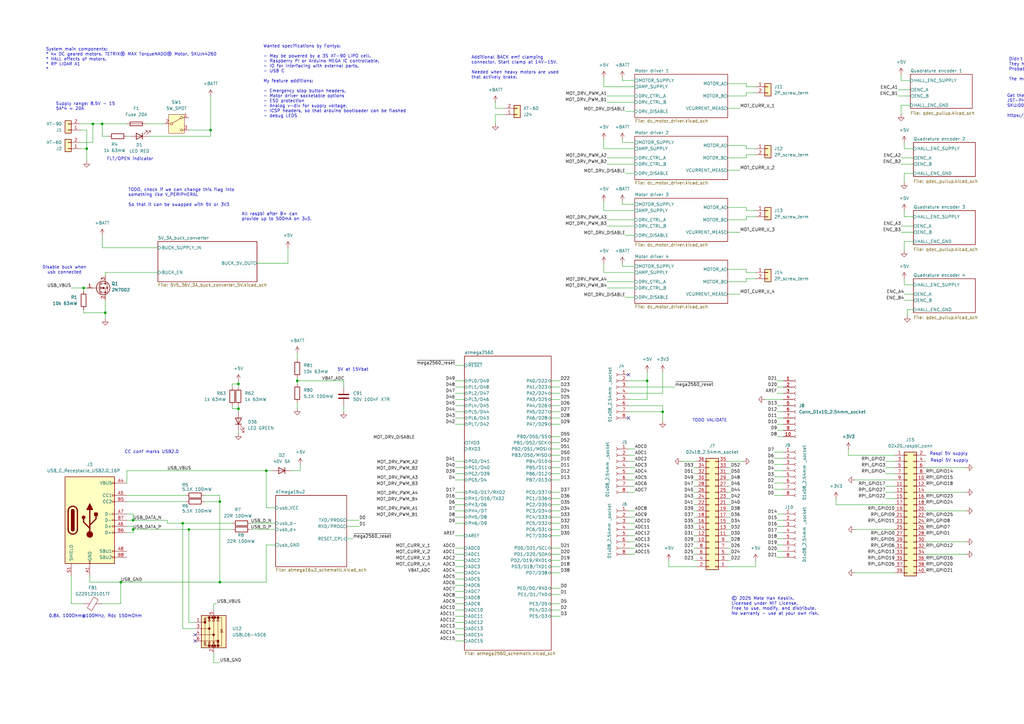
<source format=kicad_sch>
(kicad_sch (version 20250114) (generator "eeschema") (generator_version "9.0")
  (paper "A3")
  (title_block (title "Fontys adaptive robotics AGV platform.") (date "2025-03-01") (rev "V1.0") (company "Mete Han Keskin") (comment 1 "MIT License. Copyright (c) 2025 kestech.net"))
  (text "Get these from Tinytronics to interface the encoders with the PCB:\nJST-PH Female to DuPont Female Compatible Cable - 4p - 15cm\nSKU:005974\n\nhttps://www.tinytronics.nl/en/cables-and-connectors/cables-and-adapters/jst-compatible/jst-ph-female-to-dupont-female-compatible-cable-4p-15cm" (at 413.004 38.608 0) (effects (font (size 1.27 1.27)) (justify left top)))
  (text "Wanted specifications by Fontys:\n\n- May be powered by a 3S XT-90 LiPO cell.\n- Raspberry PI or Arduino MEGA IC controllable.\n- IO for interfacing with external parts.\n- USB C\n\nMy feature additions:\n\n- Emergency stop button headers.\n- Motor driver socketable options\n- ESD protection\n- Analog v-div for supply voltage.\n- ICSP headers, so that arduino bootloader can be flashed\n- debug LEDS" (at 107.95 18.288 0) (effects (font (size 1.27 1.27)) (justify left top)))
  (text "© 2025 Mete Han Keskin.  \nLicensed under MIT License.  \nFree to use, modify, and distribute.  \nNo warranty - use at your own risk.  \n" (at 299.974 244.856 0) (effects (font (size 1.27 1.27)) (justify left top)))
  (text "5A*4 = 20A" (at 28.702 44.704 0) (effects (font (size 1.27 1.27))))
  (text "Raspi 5V supply" (at 381.508 188.214 0) (effects (font (size 1.27 1.27)) (justify left top)))
  (text "ESD stuff\n\nDFN1006 single C22395519\n\nLSR05-TP C779191 HELL YEAh\n\nC778952 mex dfn16\n\n" (at -19.05 163.068 0) (effects (font (size 1.27 1.27))))
  (text "0.8A, 100Ohm@100MHz, Rdc 150mOhm" (at 39.116 252.73 0) (effects (font (size 1.27 1.27))))
  (text "TODO VALIDATE\n" (at 291.084 172.466 0) (effects (font (size 1.27 1.27))))
  (text "Supply range: 8.5V - 15" (at 35.052 42.672 0) (effects (font (size 1.27 1.27))))
  (text "Raspi 5V supply" (at 381.254 185.42 0) (effects (font (size 1.27 1.27)) (justify left top)))
  (text "All raspbi after B+ can \nprovide up to 500mA on 3v3." (at 99.06 87.122 0) (effects (font (size 1.27 1.27)) (justify left top)))
  (text "FLT/OPEN indicator\n" (at 53.34 65.278 0) (effects (font (size 1.27 1.27))))
  (text "CC conf marks USB2.0" (at 62.23 185.42 0) (effects (font (size 1.27 1.27))))
  (text "System main components:\n* 4x DC geared motors. TETRIX® MAX TorqueNADO® Motor. SKU:44260\n* HALL effects of motors.\n* RP LIDAR A1\n*\n" (at 18.796 19.558 0) (effects (font (size 1.27 1.27)) (justify left top)))
  (text "Disable buck when\nusb connected" (at 26.416 110.744 0) (effects (font (size 1.27 1.27))))
  (text "TODO: \n\nDoes rasbpi want to PWM control? If so, parallel connect pins\nDoes raspi want ENC data? If so, change ENC supply to 3v3\nDoes raspbi want to be able to read analog currents? Add ADC perpheral\n\nProposed easy solution:\nWrite ardu mega code to report data through serial, and accept commands through serial.\n(Good HW abstraction practice)" (at 428.752 145.796 0) (effects (font (size 1.27 1.27)) (justify left top)))
  (text "Didn't the TETRIX motor have JST?\nThey have a 2mm pitch jst type connector.\nProbably PH\n\nThe motor has 4P male side.\n" (at 413.766 28.448 0) (effects (font (size 1.27 1.27)) (justify left)))
  (text "PERFECT!!!\n\nUSBLC6-4SC6-ES  C5180279\n\nSEUC10F5V4U C5126804\n\nIP4220CZ6-ES C5199235\n\n\n\n" (at -66.802 152.908 0) (effects (font (size 1.27 1.27))))
  (text "5V at 15Vbat" (at 144.78 151.638 0) (effects (font (size 1.27 1.27))))
  (text "TODO, check if we can change this flag into \nsomething like V_PERIPHERAL\n\nSo that it can be swapped with 5V or 3V3" (at 52.578 77.216 0) (effects (font (size 1.27 1.27)) (justify left top)))
  (text "Single channel esd protect\nESD5V0AP C5199224\n\n" (at -17.526 185.928 0) (effects (font (size 1.27 1.27))))
  (text "Additional BACK emf clamping\nconnector. Start clamp at 14V-15V.\n\nNeeded when heavy motors are used \nthat actively brake." (at 193.294 22.86 0) (effects (font (size 1.27 1.27)) (justify left top)))
  (junction (at 54.61 217.17))
  (junction (at 49.53 238.76))
  (junction (at 109.22 193.04))
  (junction (at 121.92 156.21))
  (junction (at 90.17 238.76))
  (junction (at 35.56 60.96))
  (junction (at 90.17 205.74))
  (junction (at 54.61 213.36))
  (junction (at 265.43 156.21))
  (junction (at 77.47 217.17))
  (junction (at 43.18 128.27))
  (junction (at 34.29 118.11))
  (junction (at 271.78 168.91))
  (junction (at 97.79 157.48))
  (junction (at 97.79 167.64))
  (junction (at 86.36 53.34))
  (junction (at 38.1 50.8))
  (junction (at 41.91 50.8))
  (junction (at 74.93 214.63))
  (no_connect (at 80.01 260.35))
  (no_connect (at 257.81 153.67))
  (no_connect (at 257.81 171.45))
  (no_connect (at 80.01 262.89))
  (wire (pts (xy 274.32 232.41) (xy 285.75 232.41)))
  (wire (pts (xy 52.07 205.74) (xy 76.2 205.74)))
  (wire (pts (xy 186.69 196.85) (xy 190.5 196.85)))
  (wire (pts (xy 229.87 171.45) (xy 226.06 171.45)))
  (wire (pts (xy 284.48 227.33) (xy 285.75 227.33)))
  (wire (pts (xy 298.45 64.77) (xy 306.07 64.77)))
  (wire (pts (xy 247.65 31.75) (xy 247.65 35.56)))
  (wire (pts (xy 260.35 227.33) (xy 257.81 227.33)))
  (wire (pts (xy 260.35 212.09) (xy 257.81 212.09)))
  (wire (pts (xy 298.45 222.25) (xy 299.72 222.25)))
  (wire (pts (xy 54.61 215.9) (xy 54.61 217.17)))
  (wire (pts (xy 83.82 205.74) (xy 90.17 205.74)))
  (wire (pts (xy 363.22 191.77) (xy 367.03 191.77)))
  (wire (pts (xy 74.93 214.63) (xy 74.93 257.81)))
  (wire (pts (xy 54.61 217.17) (xy 54.61 218.44)))
  (wire (pts (xy 298.45 227.33) (xy 299.72 227.33)))
  (wire (pts (xy 317.5 203.2) (xy 321.31 203.2)))
  (wire (pts (xy 121.92 156.21) (xy 121.92 157.48)))
  (wire (pts (xy 271.78 168.91) (xy 271.78 172.72)))
  (wire (pts (xy 97.79 157.48) (xy 97.79 158.75)))
  (wire (pts (xy 229.87 252.73) (xy 226.06 252.73)))
  (wire (pts (xy 186.69 262.89) (xy 190.5 262.89)))
  (wire (pts (xy 186.69 227.33) (xy 190.5 227.33)))
  (wire (pts (xy 260.35 222.25) (xy 257.81 222.25)))
  (wire (pts (xy 186.69 194.31) (xy 190.5 194.31)))
  (wire (pts (xy 284.48 209.55) (xy 285.75 209.55)))
  (wire (pts (xy 255.27 109.22) (xy 260.35 109.22)))
  (wire (pts (xy 318.77 166.37) (xy 321.31 166.37)))
  (wire (pts (xy 229.87 219.71) (xy 226.06 219.71)))
  (wire (pts (xy 33.02 50.8) (xy 38.1 50.8)))
  (wire (pts (xy 229.87 158.75) (xy 226.06 158.75)))
  (wire (pts (xy 350.52 217.17) (xy 367.03 217.17)))
  (wire (pts (xy 363.22 189.23) (xy 367.03 189.23)))
  (wire (pts (xy 373.38 43.18) (xy 369.57 43.18)))
  (wire (pts (xy 318.77 171.45) (xy 321.31 171.45)))
  (wire (pts (xy 369.57 30.48) (xy 369.57 33.02)))
  (wire (pts (xy 284.48 207.01) (xy 285.75 207.01)))
  (wire (pts (xy 77.47 53.34) (xy 86.36 53.34)))
  (wire (pts (xy 260.35 121.92) (xy 256.54 121.92)))
  (wire (pts (xy 271.78 152.4) (xy 271.78 161.29)))
  (wire (pts (xy 271.78 166.37) (xy 271.78 168.91)))
  (wire (pts (xy 186.69 191.77) (xy 190.5 191.77)))
  (wire (pts (xy 298.45 219.71) (xy 299.72 219.71)))
  (wire (pts (xy 317.5 193.04) (xy 321.31 193.04)))
  (wire (pts (xy 87.63 271.78) (xy 87.63 267.97)))
  (wire (pts (xy 260.35 217.17) (xy 257.81 217.17)))
  (wire (pts (xy 229.87 227.33) (xy 226.06 227.33)))
  (wire (pts (xy 229.87 241.3) (xy 226.06 241.3)))
  (wire (pts (xy 255.27 58.42) (xy 260.35 58.42)))
  (wire (pts (xy 260.35 196.85) (xy 257.81 196.85)))
  (wire (pts (xy 306.07 59.69) (xy 298.45 59.69)))
  (wire (pts (xy 318.77 220.98) (xy 321.31 220.98)))
  (wire (pts (xy 80.01 257.81) (xy 74.93 257.81)))
  (wire (pts (xy 342.9 204.47) (xy 342.9 207.01)))
  (wire (pts (xy 229.87 250.19) (xy 226.06 250.19)))
  (wire (pts (xy 260.35 184.15) (xy 257.81 184.15)))
  (wire (pts (xy 54.61 218.44) (xy 52.07 218.44)))
  (wire (pts (xy 77.47 217.17) (xy 95.25 217.17)))
  (wire (pts (xy 186.69 229.87) (xy 190.5 229.87)))
  (wire (pts (xy 369.57 67.31) (xy 374.65 67.31)))
  (wire (pts (xy 229.87 166.37) (xy 226.06 166.37)))
  (wire (pts (xy 350.52 196.85) (xy 367.03 196.85)))
  (wire (pts (xy 54.61 213.36) (xy 68.58 213.36)))
  (wire (pts (xy 260.35 199.39) (xy 257.81 199.39)))
  (wire (pts (xy 284.48 199.39) (xy 285.75 199.39)))
  (wire (pts (xy 317.5 200.66) (xy 321.31 200.66)))
  (wire (pts (xy 123.19 193.04) (xy 119.38 193.04)))
  (wire (pts (xy 306.07 86.36) (xy 306.07 85.09)))
  (wire (pts (xy 318.77 228.6) (xy 321.31 228.6)))
  (wire (pts (xy 43.18 111.76) (xy 43.18 113.03)))
  (wire (pts (xy 298.45 229.87) (xy 299.72 229.87)))
  (wire (pts (xy 396.24 227.33) (xy 379.73 227.33)))
  (wire (pts (xy 229.87 196.85) (xy 226.06 196.85)))
  (wire (pts (xy 229.87 217.17) (xy 226.06 217.17)))
  (wire (pts (xy 90.17 238.76) (xy 109.22 238.76)))
  (wire (pts (xy 247.65 111.76) (xy 260.35 111.76)))
  (wire (pts (xy 109.22 193.04) (xy 111.76 193.04)))
  (wire (pts (xy 306.07 115.57) (xy 306.07 114.3)))
  (wire (pts (xy 370.84 88.9) (xy 374.65 88.9)))
  (wire (pts (xy 52.07 55.88) (xy 53.34 55.88)))
  (wire (pts (xy 370.84 99.06) (xy 370.84 102.87)))
  (wire (pts (xy 229.87 207.01) (xy 226.06 207.01)))
  (wire (pts (xy 102.87 214.63) (xy 113.03 214.63)))
  (wire (pts (xy 370.84 71.12) (xy 370.84 74.93)))
  (wire (pts (xy 105.41 107.95) (xy 118.11 107.95)))
  (wire (pts (xy 260.35 224.79) (xy 257.81 224.79)))
  (wire (pts (xy 396.24 222.25) (xy 379.73 222.25)))
  (wire (pts (xy 186.69 255.27) (xy 190.5 255.27)))
  (wire (pts (xy 247.65 35.56) (xy 260.35 35.56)))
  (wire (pts (xy 284.48 194.31) (xy 285.75 194.31)))
  (wire (pts (xy 52.07 203.2) (xy 76.2 203.2)))
  (wire (pts (xy 186.69 207.01) (xy 190.5 207.01)))
  (wire (pts (xy 229.87 179.07) (xy 226.06 179.07)))
  (wire (pts (xy 229.87 229.87) (xy 226.06 229.87)))
  (wire (pts (xy 140.97 158.75) (xy 140.97 156.21)))
  (wire (pts (xy 34.29 128.27) (xy 43.18 128.27)))
  (wire (pts (xy 247.65 82.55) (xy 247.65 86.36)))
  (wire (pts (xy 186.69 247.65) (xy 190.5 247.65)))
  (wire (pts (xy 38.1 50.8) (xy 41.91 50.8)))
  (wire (pts (xy 260.35 186.69) (xy 257.81 186.69)))
  (wire (pts (xy 284.48 196.85) (xy 285.75 196.85)))
  (wire (pts (xy 36.83 236.22) (xy 36.83 238.76)))
  (wire (pts (xy 369.57 92.71) (xy 374.65 92.71)))
  (wire (pts (xy 284.48 204.47) (xy 285.75 204.47)))
  (wire (pts (xy 77.47 217.17) (xy 77.47 255.27)))
  (wire (pts (xy 186.69 201.93) (xy 190.5 201.93)))
  (wire (pts (xy 309.88 232.41) (xy 298.45 232.41)))
  (wire (pts (xy 186.69 242.57) (xy 190.5 242.57)))
  (wire (pts (xy 255.27 83.82) (xy 260.35 83.82)))
  (wire (pts (xy 298.45 204.47) (xy 299.72 204.47)))
  (wire (pts (xy 298.45 44.45) (xy 303.53 44.45)))
  (wire (pts (xy 298.45 95.25) (xy 303.53 95.25)))
  (wire (pts (xy 229.87 168.91) (xy 226.06 168.91)))
  (wire (pts (xy 298.45 201.93) (xy 299.72 201.93)))
  (wire (pts (xy 298.45 69.85) (xy 303.53 69.85)))
  (wire (pts (xy 306.07 111.76) (xy 309.88 111.76)))
  (wire (pts (xy 68.58 214.63) (xy 74.93 214.63)))
  (wire (pts (xy 284.48 224.79) (xy 285.75 224.79)))
  (wire (pts (xy 318.77 223.52) (xy 321.31 223.52)))
  (wire (pts (xy 318.77 213.36) (xy 321.31 213.36)))
  (wire (pts (xy 229.87 243.84) (xy 226.06 243.84)))
  (wire (pts (xy 306.07 110.49) (xy 298.45 110.49)))
  (wire (pts (xy 83.82 203.2) (xy 90.17 203.2)))
  (wire (pts (xy 298.45 214.63) (xy 299.72 214.63)))
  (wire (pts (xy 370.84 116.84) (xy 374.65 116.84)))
  (wire (pts (xy 248.92 39.37) (xy 260.35 39.37)))
  (wire (pts (xy 317.5 187.96) (xy 321.31 187.96)))
  (wire (pts (xy 370.84 58.42) (xy 370.84 60.96)))
  (wire (pts (xy 299.72 191.77) (xy 298.45 191.77)))
  (wire (pts (xy 248.92 92.71) (xy 260.35 92.71)))
  (wire (pts (xy 229.87 234.95) (xy 226.06 234.95)))
  (wire (pts (xy 313.69 163.83) (xy 321.31 163.83)))
  (wire (pts (xy 142.24 213.36) (xy 147.32 213.36)))
  (wire (pts (xy 298.45 39.37) (xy 306.07 39.37)))
  (wire (pts (xy 140.97 166.37) (xy 140.97 168.91)))
  (wire (pts (xy 186.69 204.47) (xy 190.5 204.47)))
  (wire (pts (xy 396.24 201.93) (xy 379.73 201.93)))
  (wire (pts (xy 298.45 224.79) (xy 299.72 224.79)))
  (wire (pts (xy 260.35 201.93) (xy 257.81 201.93)))
  (wire (pts (xy 318.77 156.21) (xy 321.31 156.21)))
  (wire (pts (xy 260.35 219.71) (xy 257.81 219.71)))
  (wire (pts (xy 29.21 247.65) (xy 34.29 247.65)))
  (wire (pts (xy 229.87 189.23) (xy 226.06 189.23)))
  (wire (pts (xy 43.18 111.76) (xy 64.77 111.76)))
  (wire (pts (xy 247.65 86.36) (xy 260.35 86.36)))
  (wire (pts (xy 95.25 157.48) (xy 97.79 157.48)))
  (wire (pts (xy 59.69 50.8) (xy 67.31 50.8)))
  (wire (pts (xy 229.87 247.65) (xy 226.06 247.65)))
  (wire (pts (xy 60.96 55.88) (xy 86.36 55.88)))
  (wire (pts (xy 33.02 60.96) (xy 35.56 60.96)))
  (wire (pts (xy 260.35 96.52) (xy 256.54 96.52)))
  (wire (pts (xy 298.45 194.31) (xy 299.72 194.31)))
  (wire (pts (xy 298.45 199.39) (xy 299.72 199.39)))
  (wire (pts (xy 97.79 156.21) (xy 97.79 157.48)))
  (wire (pts (xy 370.84 114.3) (xy 370.84 116.84)))
  (wire (pts (xy 186.69 224.79) (xy 190.5 224.79)))
  (wire (pts (xy 298.45 196.85) (xy 299.72 196.85)))
  (wire (pts (xy 54.61 213.36) (xy 54.61 210.82)))
  (wire (pts (xy 86.36 39.37) (xy 86.36 53.34)))
  (wire (pts (xy 372.11 127) (xy 374.65 127)))
  (wire (pts (xy 186.69 173.99) (xy 190.5 173.99)))
  (wire (pts (xy 34.29 119.38) (xy 34.29 118.11)))
  (wire (pts (xy 363.22 199.39) (xy 367.03 199.39)))
  (wire (pts (xy 229.87 161.29) (xy 226.06 161.29)))
  (wire (pts (xy 229.87 224.79) (xy 226.06 224.79)))
  (wire (pts (xy 80.01 255.27) (xy 77.47 255.27)))
  (wire (pts (xy 257.81 168.91) (xy 271.78 168.91)))
  (wire (pts (xy 318.77 218.44) (xy 321.31 218.44)))
  (wire (pts (xy 318.77 158.75) (xy 321.31 158.75)))
  (wire (pts (xy 370.84 120.65) (xy 374.65 120.65)))
  (wire (pts (xy 229.87 186.69) (xy 226.06 186.69)))
  (wire (pts (xy 41.91 50.8) (xy 52.07 50.8)))
  (wire (pts (xy 29.21 118.11) (xy 34.29 118.11)))
  (wire (pts (xy 298.45 209.55) (xy 299.72 209.55)))
  (wire (pts (xy 306.07 85.09) (xy 298.45 85.09)))
  (wire (pts (xy 306.07 35.56) (xy 309.88 35.56)))
  (wire (pts (xy 260.35 194.31) (xy 257.81 194.31)))
  (wire (pts (xy 109.22 223.52) (xy 113.03 223.52)))
  (wire (pts (xy 49.53 238.76) (xy 90.17 238.76)))
  (wire (pts (xy 363.22 201.93) (xy 367.03 201.93)))
  (wire (pts (xy 186.69 212.09) (xy 190.5 212.09)))
  (wire (pts (xy 284.48 222.25) (xy 285.75 222.25)))
  (wire (pts (xy 317.5 185.42) (xy 321.31 185.42)))
  (wire (pts (xy 318.77 168.91) (xy 321.31 168.91)))
  (wire (pts (xy 363.22 194.31) (xy 367.03 194.31)))
  (wire (pts (xy 306.07 90.17) (xy 306.07 88.9)))
  (wire (pts (xy 121.92 144.78) (xy 121.92 147.32)))
  (wire (pts (xy 186.69 166.37) (xy 190.5 166.37)))
  (wire (pts (xy 95.25 167.64) (xy 97.79 167.64)))
  (wire (pts (xy 260.35 191.77) (xy 257.81 191.77)))
  (wire (pts (xy 121.92 154.94) (xy 121.92 156.21)))
  (wire (pts (xy 186.69 168.91) (xy 190.5 168.91)))
  (wire (pts (xy 52.07 193.04) (xy 52.07 198.12)))
  (wire (pts (xy 41.91 247.65) (xy 49.53 247.65)))
  (wire (pts (xy 284.48 217.17) (xy 285.75 217.17)))
  (wire (pts (xy 109.22 238.76) (xy 109.22 223.52)))
  (wire (pts (xy 36.83 238.76) (xy 49.53 238.76)))
  (wire (pts (xy 49.53 247.65) (xy 49.53 238.76)))
  (wire (pts (xy 118.11 101.6) (xy 118.11 107.95)))
  (wire (pts (xy 257.81 166.37) (xy 271.78 166.37)))
  (wire (pts (xy 97.79 166.37) (xy 97.79 167.64)))
  (wire (pts (xy 255.27 31.75) (xy 255.27 33.02)))
  (wire (pts (xy 255.27 82.55) (xy 255.27 83.82)))
  (wire (pts (xy 304.8 189.23) (xy 298.45 189.23)))
  (wire (pts (xy 186.69 232.41) (xy 190.5 232.41)))
  (wire (pts (xy 260.35 214.63) (xy 257.81 214.63)))
  (wire (pts (xy 347.98 186.69) (xy 367.03 186.69)))
  (wire (pts (xy 257.81 161.29) (xy 271.78 161.29)))
  (wire (pts (xy 342.9 207.01) (xy 367.03 207.01)))
  (wire (pts (xy 186.69 209.55) (xy 190.5 209.55)))
  (wire (pts (xy 186.69 219.71) (xy 190.5 219.71)))
  (wire (pts (xy 284.48 212.09) (xy 285.75 212.09)))
  (wire (pts (xy 68.58 213.36) (xy 68.58 214.63)))
  (wire (pts (xy 257.81 163.83) (xy 265.43 163.83)))
  (wire (pts (xy 90.17 205.74) (xy 90.17 238.76)))
  (wire (pts (xy 317.5 190.5) (xy 321.31 190.5)))
  (wire (pts (xy 306.07 38.1) (xy 309.88 38.1)))
  (wire (pts (xy 95.25 166.37) (xy 95.25 167.64)))
  (wire (pts (xy 34.29 127) (xy 34.29 128.27)))
  (wire (pts (xy 260.35 45.72) (xy 256.54 45.72)))
  (wire (pts (xy 29.21 236.22) (xy 29.21 247.65)))
  (wire (pts (xy 284.48 219.71) (xy 285.75 219.71)))
  (wire (pts (xy 186.69 260.35) (xy 190.5 260.35)))
  (wire (pts (xy 87.63 247.65) (xy 88.9 247.65)))
  (wire (pts (xy 247.65 60.96) (xy 260.35 60.96)))
  (wire (pts (xy 186.69 252.73) (xy 190.5 252.73)))
  (wire (pts (xy 285.75 189.23) (xy 279.4 189.23)))
  (wire (pts (xy 347.98 184.15) (xy 347.98 186.69)))
  (wire (pts (xy 318.77 176.53) (xy 321.31 176.53)))
  (wire (pts (xy 298.45 120.65) (xy 303.53 120.65)))
  (wire (pts (xy 123.19 190.5) (xy 123.19 193.04)))
  (wire (pts (xy 34.29 118.11) (xy 35.56 118.11)))
  (wire (pts (xy 248.92 64.77) (xy 260.35 64.77)))
  (wire (pts (xy 186.69 158.75) (xy 190.5 158.75)))
  (wire (pts (xy 109.22 208.28) (xy 113.03 208.28)))
  (wire (pts (xy 370.84 86.36) (xy 370.84 88.9)))
  (wire (pts (xy 142.24 220.98) (xy 144.78 220.98)))
  (wire (pts (xy 38.1 58.42) (xy 38.1 50.8)))
  (wire (pts (xy 306.07 60.96) (xy 309.88 60.96)))
  (wire (pts (xy 298.45 212.09) (xy 299.72 212.09)))
  (wire (pts (xy 306.07 60.96) (xy 306.07 59.69)))
  (wire (pts (xy 97.79 168.91) (xy 97.79 167.64)))
  (wire (pts (xy 86.36 53.34) (xy 86.36 55.88)))
  (wire (pts (xy 35.56 60.96) (xy 35.56 66.04)))
  (wire (pts (xy 186.69 189.23) (xy 190.5 189.23)))
  (wire (pts (xy 260.35 189.23) (xy 257.81 189.23)))
  (wire (pts (xy 248.92 118.11) (xy 260.35 118.11)))
  (wire (pts (xy 284.48 214.63) (xy 285.75 214.63)))
  (wire (pts (xy 274.32 229.87) (xy 274.32 232.41)))
  (wire (pts (xy 368.3 36.83) (xy 373.38 36.83)))
  (wire (pts (xy 54.61 210.82) (xy 52.07 210.82)))
  (wire (pts (xy 306.07 63.5) (xy 309.88 63.5)))
  (wire (pts (xy 255.27 107.95) (xy 255.27 109.22)))
  (wire (pts (xy 370.84 71.12) (xy 374.65 71.12)))
  (wire (pts (xy 298.45 115.57) (xy 306.07 115.57)))
  (wire (pts (xy 255.27 57.15) (xy 255.27 58.42)))
  (wire (pts (xy 298.45 90.17) (xy 306.07 90.17)))
  (wire (pts (xy 229.87 156.21) (xy 226.06 156.21)))
  (wire (pts (xy 284.48 191.77) (xy 285.75 191.77)))
  (wire (pts (xy 95.25 158.75) (xy 95.25 157.48)))
  (wire (pts (xy 186.69 240.03) (xy 190.5 240.03)))
  (wire (pts (xy 229.87 232.41) (xy 226.06 232.41)))
  (wire (pts (xy 35.56 53.34) (xy 35.56 60.96)))
  (wire (pts (xy 97.79 176.53) (xy 97.79 177.8)))
  (wire (pts (xy 260.35 209.55) (xy 257.81 209.55)))
  (wire (pts (xy 229.87 204.47) (xy 226.06 204.47)))
  (wire (pts (xy 247.65 57.15) (xy 247.65 60.96)))
  (wire (pts (xy 318.77 215.9) (xy 321.31 215.9)))
  (wire (pts (xy 265.43 152.4) (xy 265.43 156.21)))
  (wire (pts (xy 44.45 55.88) (xy 41.91 55.88)))
  (wire (pts (xy 257.81 158.75) (xy 276.86 158.75)))
  (wire (pts (xy 306.07 35.56) (xy 306.07 34.29)))
  (wire (pts (xy 102.87 217.17) (xy 113.03 217.17)))
  (wire (pts (xy 229.87 214.63) (xy 226.06 214.63)))
  (wire (pts (xy 186.69 214.63) (xy 190.5 214.63)))
  (wire (pts (xy 318.77 173.99) (xy 321.31 173.99)))
  (wire (pts (xy 43.18 128.27) (xy 43.18 123.19)))
  (wire (pts (xy 33.02 53.34) (xy 35.56 53.34)))
  (wire (pts (xy 370.84 60.96) (xy 374.65 60.96)))
  (wire (pts (xy 87.63 271.78) (xy 90.17 271.78)))
  (wire (pts (xy 372.11 127) (xy 372.11 129.54)))
  (wire (pts (xy 203.2 41.91) (xy 203.2 44.45)))
  (wire (pts (xy 248.92 41.91) (xy 260.35 41.91)))
  (wire (pts (xy 41.91 55.88) (xy 41.91 50.8)))
  (wire (pts (xy 248.92 90.17) (xy 260.35 90.17)))
  (wire (pts (xy 318.77 179.07) (xy 321.31 179.07)))
  (wire (pts (xy 229.87 181.61) (xy 226.06 181.61)))
  (wire (pts (xy 306.07 114.3) (xy 309.88 114.3)))
  (wire (pts (xy 229.87 194.31) (xy 226.06 194.31)))
  (wire (pts (xy 186.69 171.45) (xy 190.5 171.45)))
  (wire (pts (xy 306.07 88.9) (xy 309.88 88.9)))
  (wire (pts (xy 109.22 193.04) (xy 109.22 208.28)))
  (wire (pts (xy 41.91 101.6) (xy 41.91 96.52)))
  (wire (pts (xy 186.69 250.19) (xy 190.5 250.19)))
  (wire (pts (xy 87.63 250.19) (xy 87.63 247.65)))
  (wire (pts (xy 90.17 203.2) (xy 90.17 205.74)))
  (wire (pts (xy 306.07 86.36) (xy 309.88 86.36)))
  (wire (pts (xy 186.69 234.95) (xy 190.5 234.95)))
  (wire (pts (xy 318.77 161.29) (xy 321.31 161.29)))
  (wire (pts (xy 229.87 209.55) (xy 226.06 209.55)))
  (wire (pts (xy 306.07 64.77) (xy 306.07 63.5)))
  (wire (pts (xy 186.69 245.11) (xy 190.5 245.11)))
  (wire (pts (xy 186.69 156.21) (xy 190.5 156.21)))
  (wire (pts (xy 229.87 163.83) (xy 226.06 163.83)))
  (wire (pts (xy 247.65 107.95) (xy 247.65 111.76)))
  (wire (pts (xy 318.77 210.82) (xy 321.31 210.82)))
  (wire (pts (xy 229.87 191.77) (xy 226.06 191.77)))
  (wire (pts (xy 284.48 201.93) (xy 285.75 201.93)))
  (wire (pts (xy 396.24 209.55) (xy 379.73 209.55)))
  (wire (pts (xy 317.5 195.58) (xy 321.31 195.58)))
  (wire (pts (xy 369.57 43.18) (xy 369.57 46.99)))
  (wire (pts (xy 203.2 44.45) (xy 207.01 44.45)))
  (wire (pts (xy 52.07 215.9) (xy 54.61 215.9)))
  (wire (pts (xy 229.87 184.15) (xy 226.06 184.15)))
  (wire (pts (xy 265.43 156.21) (xy 265.43 163.83)))
  (wire (pts (xy 369.57 64.77) (xy 374.65 64.77)))
  (wire (pts (xy 350.52 234.95) (xy 367.03 234.95)))
  (wire (pts (xy 363.22 204.47) (xy 367.03 204.47)))
  (wire (pts (xy 306.07 34.29) (xy 298.45 34.29)))
  (wire (pts (xy 260.35 71.12) (xy 256.54 71.12)))
  (wire (pts (xy 317.5 198.12) (xy 321.31 198.12)))
  (wire (pts (xy 248.92 115.57) (xy 260.35 115.57)))
  (wire (pts (xy 257.81 156.21) (xy 265.43 156.21)))
  (wire (pts (xy 207.01 46.99) (xy 203.2 46.99)))
  (wire (pts (xy 186.69 161.29) (xy 190.5 161.29)))
  (wire (pts (xy 33.02 58.42) (xy 38.1 58.42)))
  (wire (pts (xy 306.07 111.76) (xy 306.07 110.49)))
  (wire (pts (xy 74.93 214.63) (xy 95.25 214.63)))
  (wire (pts (xy 248.92 67.31) (xy 260.35 67.31)))
  (wire (pts (xy 306.07 39.37) (xy 306.07 38.1)))
  (wire (pts (xy 370.84 123.19) (xy 374.65 123.19)))
  (wire (pts (xy 186.69 257.81) (xy 190.5 257.81)))
  (wire (pts (xy 186.69 163.83) (xy 190.5 163.83)))
  (wire (pts (xy 121.92 156.21) (xy 140.97 156.21)))
  (wire (pts (xy 229.87 173.99) (xy 226.06 173.99)))
  (wire (pts (xy 298.45 217.17) (xy 299.72 217.17)))
  (wire (pts (xy 396.24 191.77) (xy 379.73 191.77)))
  (wire (pts (xy 284.48 229.87) (xy 285.75 229.87)))
  (wire (pts (xy 52.07 213.36) (xy 54.61 213.36)))
  (wire (pts (xy 369.57 95.25) (xy 374.65 95.25)))
  (wire (pts (xy 229.87 201.93) (xy 226.06 201.93)))
  (wire (pts (xy 121.92 165.1) (xy 121.92 167.64)))
  (wire (pts (xy 52.07 193.04) (xy 109.22 193.04)))
  (wire (pts (xy 54.61 217.17) (xy 77.47 217.17)))
  (wire (pts (xy 41.91 101.6) (xy 64.77 101.6)))
  (wire (pts (xy 298.45 207.01) (xy 299.72 207.01)))
  (wire (pts (xy 374.65 99.06) (xy 370.84 99.06)))
  (wire (pts (xy 142.24 215.9) (xy 147.32 215.9)))
  (wire (pts (xy 43.18 128.27) (xy 43.18 130.81)))
  (wire (pts (xy 186.69 237.49) (xy 190.5 237.49)))
  (wire (pts (xy 368.3 39.37) (xy 373.38 39.37)))
  (wire (pts (xy 309.88 229.87) (xy 309.88 232.41)))
  (wire (pts (xy 190.5 149.86) (xy 186.69 149.86)))
  (wire (pts (xy 255.27 33.02) (xy 260.35 33.02)))
  (wire (pts (xy 203.2 46.99) (xy 203.2 50.8)))
  (wire (pts (xy 369.57 33.02) (xy 373.38 33.02)))
  (wire (pts (xy 229.87 212.09) (xy 226.06 212.09)))
  (wire (pts (xy 318.77 226.06) (xy 321.31 226.06)))
  (label "ADC5" (at 186.69 237.49 180))
  (label "D0" (at 317.5 203.2 180))
  (label "D13" (at 318.77 166.37 180))
  (label "RPI_GPIO9" (at 367.03 212.09 180))
  (label "ADC8" (at 260.35 209.55 0))
  (label "~{mega2560_reset}" (at 186.69 149.86 180))
  (label "USB_D_N" (at 102.87 214.63 0))
  (label "D33" (at 284.48 217.17 180))
  (label "D26" (at 299.72 224.79 0))
  (label "D45" (at 186.69 166.37 180))
  (label "MOT_DRV_PWM_B4" (at 248.92 118.11 180))
  (label "D35" (at 229.87 207.01 0))
  (label "D17" (at 318.77 218.44 180))
  (label "D39" (at 186.69 194.31 180))
  (label "D10" (at 318.77 173.99 180))
  (label "D49" (at 186.69 156.21 180))
  (label "D48" (at 299.72 196.85 0))
  (label "MOT_DRV_PWM_A4" (at 248.92 115.57 180))
  (label "RPI_GPIO13" (at 367.03 227.33 180))
  (label "D16" (at 318.77 215.9 180))
  (label "D40" (at 186.69 191.77 180))
  (label "D0" (at 147.32 213.36 0))
  (label "D2" (at 317.5 198.12 180))
  (label "RPI_GPIO2" (at 363.22 189.23 180))
  (label "D21" (at 318.77 228.6 180))
  (label "ADC14" (at 260.35 224.79 0))
  (label "ADC3" (at 260.35 191.77 0))
  (label "RPI_GPIO23" (at 379.73 204.47 0))
  (label "D19" (at 318.77 223.52 180))
  (label "D25" (at 229.87 163.83 0))
  (label "D40" (at 299.72 207.01 0))
  (label "ADC6" (at 260.35 199.39 0))
  (label "D8" (at 318.77 179.07 180))
  (label "MOT_CURR_V_2" (at 176.53 227.33 180))
  (label "ENC_A3" (at 369.57 92.71 180))
  (label "MOT_DRV_PWM_B1" (at 248.92 41.91 180))
  (label "D12" (at 318.77 168.91 180))
  (label "RPI_GPIO0" (at 367.03 219.71 180))
  (label "ENC_A2" (at 369.57 64.77 180))
  (label "ADC1" (at 186.69 227.33 180))
  (label "MOT_DRV_PWM_B3" (at 171.45 199.39 180))
  (label "D1" (at 229.87 243.84 0))
  (label "D39" (at 284.48 209.55 180))
  (label "RPI_GPIO8" (at 379.73 214.63 0))
  (label "D34" (at 229.87 209.55 0))
  (label "ADC11" (at 186.69 252.73 180))
  (label "MOT_CURR_V_3" (at 176.53 229.87 180))
  (label "D7" (at 186.69 209.55 180))
  (label "D47" (at 186.69 161.29 180))
  (label "MOT_DRV_PWM_A4" (at 171.45 203.2 180))
  (label "ADC3" (at 186.69 232.41 180))
  (label "RPI_GPIO6" (at 367.03 224.79 180))
  (label "MOT_DRV_PWM_A3" (at 248.92 90.17 180))
  (label "ADC6" (at 186.69 240.03 180))
  (label "D24" (at 299.72 227.33 0))
  (label "ADC1" (at 260.35 186.69 0))
  (label "D4" (at 186.69 196.85 180))
  (label "MOT_CURR_V_4" (at 176.53 232.41 180))
  (label "D1" (at 317.5 200.66 180))
  (label "ADC12" (at 186.69 255.27 180))
  (label "ADC10" (at 260.35 214.63 0))
  (label "D42" (at 186.69 173.99 180))
  (label "D48" (at 186.69 158.75 180))
  (label "RPI_GPIO4" (at 363.22 194.31 180))
  (label "D11" (at 229.87 191.77 0))
  (label "D27" (at 229.87 168.91 0))
  (label "VBAT_ADC" (at 132.08 156.21 0))
  (label "RPI_GPIO16" (at 379.73 229.87 0))
  (label "D38" (at 229.87 234.95 0))
  (label "USB_DATA_P" (at 54.61 217.17 0))
  (label "D52" (at 299.72 191.77 0))
  (label "D43" (at 186.69 171.45 180))
  (label "ENC_B1" (at 368.3 39.37 180))
  (label "ADC9" (at 186.69 247.65 180))
  (label "MOT_DRV_PWM_B1" (at 171.45 212.09 180))
  (label "RPI_GPIO12" (at 379.73 224.79 0))
  (label "ADC15" (at 260.35 227.33 0))
  (label "MOT_CURR_V_3" (at 303.53 95.25 0))
  (label "D30" (at 299.72 219.71 0))
  (label "MOT_DRV_PWM_A1" (at 248.92 39.37 180))
  (label "RPI_GPIO24" (at 379.73 207.01 0))
  (label "RPI_GPIO26" (at 367.03 232.41 180))
  (label "ADC2" (at 186.69 229.87 180))
  (label "ENC_A4" (at 370.84 120.65 180))
  (label "RPI_GPIO25" (at 379.73 212.09 0))
  (label "RPI_GPIO10" (at 367.03 209.55 180))
  (label "D7" (at 317.5 185.42 180))
  (label "ADC7" (at 260.35 201.93 0))
  (label "D3" (at 229.87 252.73 0))
  (label "MOT_DRV_DISABLE" (at 256.54 71.12 180))
  (label "D0" (at 229.87 241.3 0))
  (label "ADC4" (at 186.69 234.95 180))
  (label "D15" (at 318.77 213.36 180))
  (label "D33" (at 229.87 212.09 0))
  (label "D47" (at 284.48 199.39 180))
  (label "D14" (at 318.77 210.82 180))
  (label "MOT_DRV_PWM_A1" (at 171.45 209.55 180))
  (label "RPI_GPIO19" (at 367.03 229.87 180))
  (label "D43" (at 284.48 204.47 180))
  (label "MOT_DRV_DISABLE" (at 256.54 121.92 180))
  (label "D23" (at 229.87 158.75 0))
  (label "ADC13" (at 260.35 222.25 0))
  (label "MOT_DRV_DISABLE" (at 256.54 96.52 180))
  (label "ADC14" (at 186.69 260.35 180))
  (label "ADC7" (at 186.69 242.57 180))
  (label "~{mega2560_reset}" (at 144.78 220.98 0))
  (label "RPI_GPIO15" (at 379.73 196.85 0))
  (label "D9" (at 318.77 176.53 180))
  (label "MOT_DRV_PWM_A2" (at 171.45 190.5 180))
  (label "D5" (at 317.5 190.5 180))
  (label "D29" (at 229.87 173.99 0))
  (label "D50" (at 229.87 186.69 0))
  (label "ENC_A1" (at 368.3 36.83 180))
  (label "USB_GND" (at 90.17 271.78 0))
  (label "AREF" (at 186.69 219.71 180))
  (label "D12" (at 229.87 194.31 0))
  (label "RPI_GPIO18" (at 379.73 199.39 0))
  (label "D34" (at 299.72 214.63 0))
  (label "D31" (at 284.48 219.71 180))
  (label "RPI_GPIO20" (at 379.73 232.41 0))
  (label "RPI_GPIO5" (at 367.03 222.25 180))
  (label "D16" (at 186.69 204.47 180))
  (label "USB_D_P" (at 102.87 217.17 0))
  (label "ADC5" (at 260.35 196.85 0))
  (label "D28" (at 299.72 222.25 0))
  (label "USB_VBUS" (at 29.21 118.11 180))
  (label "D46" (at 299.72 199.39 0))
  (label "D37" (at 229.87 201.93 0))
  (label "D52" (at 229.87 181.61 0))
  (label "D46" (at 186.69 163.83 180))
  (label "D41" (at 284.48 207.01 180))
  (label "MOT_DRV_PWM_B3" (at 248.92 92.71 180))
  (label "MOT_CURR_V_1" (at 176.53 224.79 180))
  (label "D42" (at 299.72 204.47 0))
  (label "D6" (at 186.69 207.01 180))
  (label "USB_VBUS" (at 68.58 193.04 0))
  (label "D10" (at 229.87 189.23 0))
  (label "RPI_GPIO3" (at 363.22 191.77 180))
  (label "MOT_DRV_PWM_B2" (at 248.92 67.31 180))
  (label "MOT_CURR_V_2" (at 303.53 69.85 0))
  (label "D24" (at 229.87 161.29 0))
  (label "RPI_GPIO11" (at 367.03 214.63 180))
  (label "D51" (at 284.48 194.31 180))
  (label "USB_GND" (at 49.53 238.76 0))
  (label "D35" (at 284.48 214.63 180))
  (label "ADC4" (at 260.35 194.31 0))
  (label "MOT_DRV_PWM_A2" (at 248.92 64.77 180))
  (label "D22" (at 229.87 156.21 0))
  (label "ENC_B2" (at 369.57 67.31 180))
  (label "RPI_GPIO22" (at 363.22 204.47 180))
  (label "D3" (at 317.5 195.58 180))
  (label "D49" (at 284.48 196.85 180))
  (label "ADC15" (at 186.69 262.89 180))
  (label "D50" (at 299.72 194.31 0))
  (label "D20" (at 318.77 226.06 180))
  (label "D32" (at 299.72 217.17 0))
  (label "ADC0" (at 186.69 224.79 180))
  (label "MOT_DRV_DISABLE" (at 256.54 45.72 180))
  (label "D53" (at 284.48 191.77 180))
  (label "D38" (at 299.72 209.55 0))
  (label "D25" (at 284.48 227.33 180))
  (label "D36" (at 299.72 212.09 0))
  (label "ADC9" (at 260.35 212.09 0))
  (label "ADC0" (at 260.35 184.15 0))
  (label "ADC12" (at 260.35 219.71 0))
  (label "RPI_GPIO21" (at 379.73 234.95 0))
  (label "D21" (at 229.87 224.79 0))
  (label "MOT_CURR_V_1" (at 303.53 44.45 0))
  (label "D29" (at 284.48 222.25 180))
  (label "D27" (at 284.48 224.79 180))
  (label "D51" (at 229.87 184.15 0))
  (label "D4" (at 317.5 193.04 180))
  (label "RPI_GPIO1" (at 379.73 219.71 0))
  (label "AREF" (at 318.77 161.29 180))
  (label "D1" (at 147.32 215.9 0))
  (label "RPI_GPIO27" (at 363.22 201.93 180))
  (label "D26" (at 229.87 166.37 0))
  (label "D13" (at 229.87 196.85 0))
  (label "D31" (at 229.87 217.17 0))
  (label "D18" (at 229.87 232.41 0))
  (label "D5" (at 229.87 247.65 0))
  (label "D36" (at 229.87 204.47 0))
  (label "ADC11" (at 260.35 217.17 0))
  (label "D2" (at 229.87 250.19 0))
  (label "MOT_DRV_PWM_B4" (at 171.45 205.74 180))
  (label "ENC_B4" (at 370.84 123.19 180))
  (label "D45" (at 284.48 201.93 180))
  (label "ADC2" (at 260.35 189.23 0))
  (label "D28" (at 229.87 171.45 0))
  (label "D23" (at 284.48 229.87 180))
  (label "MOT_DRV_PWM_B2" (at 171.45 193.04 180))
  (label "D11" (at 318.77 171.45 180))
  (label "USB_VBUS" (at 88.9 247.65 0))
  (label "D44" (at 299.72 201.93 0))
  (label "RPI_GPIO14" (at 379.73 194.31 0))
  (label "D30" (at 229.87 219.71 0))
  (label "D37" (at 284.48 212.09 180))
  (label "D32" (at 229.87 214.63 0))
  (label "D55" (at 229.87 179.07 0))
  (label "D44" (at 186.69 168.91 180))
  (label "D9" (at 186.69 214.63 180))
  (label "MOT_DRV_DISABLE" (at 170.18 180.34 180))
  (label "D19" (at 229.87 229.87 0))
  (label "D20" (at 229.87 227.33 0))
  (label "USB_DATA_N" (at 54.61 213.36 0))
  (label "D22" (at 299.72 229.87 0))
  (label "D21" (at 318.77 156.21 180))
  (label "MOT_DRV_PWM_A3" (at 171.45 196.85 180))
  (label "VBAT_ADC" (at 176.53 234.95 180))
  (label "RPI_GPIO17" (at 363.22 199.39 180))
  (label "~{mega2560_reset}" (at 276.86 158.75 0))
  (label "MOT_CURR_V_4" (at 303.53 120.65 0))
  (label "D8" (at 186.69 212.09 180))
  (label "ENC_B3" (at 369.57 95.25 180))
  (label "D17" (at 186.69 201.93 180))
  (label "ADC10" (at 186.69 250.19 180))
  (label "RPI_GPIO7" (at 379.73 217.17 0))
  (label "D18" (at 318.77 220.98 180))
  (label "D41" (at 186.69 189.23 180))
  (label "D20" (at 318.77 158.75 180))
  (label "ADC8" (at 186.69 245.11 180))
  (label "D6" (at 317.5 187.96 180))
  (label "ADC13" (at 186.69 257.81 180))
  (symbol (lib_id "Switch:SW_SPDT") (at 72.39 50.8 0) (unit 1)
    (property "Reference" "SW1" (at 72.39 41.91 0))
    (property "Value" "SW_SPDT" (at 72.39 44.45 0))
    (property "Footprint" "Custom_feetprint:MTS-10x" (effects (hide yes)))
    (property "Description" "Switch, single pole double throw" (effects (hide yes)))
  )
  (symbol (lib_id "Device:R") (at 121.92 161.29 180) (unit 1)
    (property "Reference" "R80" (at 124.46 160.0199 0) (effects (justify right)))
    (property "Value" "5.1K 100mW" (at 124.46 162.5599 0) (effects (justify right)))
    (property "Footprint" "Capacitor_SMD:C_0603_1608Metric" (effects (hide yes)))
    (property "Description" "Resistor" (effects (hide yes)))
    (property "JLCPCB" "C23186" (effects (hide yes)))
  )
  (symbol (lib_id "Connector_Generic:Conn_01x02") (at 314.96 60.96 0) (unit 1)
    (property "Reference" "J12" (at 317.5 60.9599 0) (effects (justify left)))
    (property "Value" "2P_screw_term" (at 317.5 63.4999 0) (effects (justify left)))
    (property "Footprint" "Connector_JST:JST_NV_B02P-NV_1x02_P5.00mm_Vertical" (effects (hide yes)))
    (property "Description" "Generic connector, single row, 01x02, script generated (kicad-library-utils/schlib/autogen/connector/)" (effects (hide yes)))
  )
  (symbol (lib_id "Device:R") (at 34.29 123.19 0) (mirror x) (unit 1)
    (property "Reference" "R1" (at 31.75 121.9199 0) (effects (justify right)))
    (property "Value" "10k 63mW" (at 31.75 124.4599 0) (effects (justify right)))
    (property "Footprint" "Resistor_SMD:R_0402_1005Metric" (effects (hide yes)))
    (property "Datasheet" "https://jlcpcb.com/api/file/downloadByFileSystemAccessId/8556212101498380288" (effects (hide yes)))
    (property "Description" "Resistor" (effects (hide yes)))
    (property "JLCPCB" "C25744" (effects (hide yes)))
  )
  (symbol (lib_id "power:+3V3") (at 347.98 184.15 0) (unit 1)
    (property "Reference" "#PWR026" (effects (hide yes)))
    (property "Value" "+3V3" (at 347.98 179.07 0))
    (property "Description" "Power symbol creates a global label with name \"+3V3\"" (effects (hide yes)))
  )
  (symbol (lib_id "power:GND") (at 271.78 172.72 0) (unit 1)
    (property "Reference" "#PWR011" (effects (hide yes)))
    (property "Value" "GND" (effects (hide yes)))
    (property "Description" "Power symbol creates a global label with name \"GND\" , ground" (effects (hide yes)))
  )
  (symbol (lib_id "power:+5V") (at 274.32 229.87 0) (unit 1)
    (property "Reference" "#PWR012" (effects (hide yes)))
    (property "Value" "+5V" (at 274.32 224.79 0))
    (property "Description" "Power symbol creates a global label with name \"+5V\"" (effects (hide yes)))
  )
  (symbol (lib_id "power:GND") (at 121.92 167.64 0) (unit 1)
    (property "Reference" "#PWR05" (effects (hide yes)))
    (property "Value" "GND" (effects (hide yes)))
    (property "Description" "Power symbol creates a global label with name \"GND\" , ground" (effects (hide yes)))
  )
  (symbol (lib_id "Device:LED") (at 97.79 172.72 90) (unit 1)
    (property "Reference" "D36" (at 101.6 173.0374 90) (effects (justify right)))
    (property "Value" "LED GREEN" (at 101.6 175.5774 90) (effects (justify right)))
    (property "Footprint" "LED_SMD:LED_0805_2012Metric" (effects (hide yes)))
    (property "Description" "Light emitting diode" (effects (hide yes)))
    (property "Sim.Pins" "1=K 2=A" (effects (hide yes)))
    (property "JLCPCB" "C2297" (effects (hide yes)))
  )
  (symbol (lib_id "Device:R") (at 121.92 151.13 180) (unit 1)
    (property "Reference" "R81" (at 124.46 149.8599 0) (effects (justify right)))
    (property "Value" "10k 63mW" (at 124.46 152.3999 0) (effects (justify right)))
    (property "Footprint" "Resistor_SMD:R_0402_1005Metric" (effects (hide yes)))
    (property "Datasheet" "https://jlcpcb.com/api/file/downloadByFileSystemAccessId/8556212101498380288" (effects (hide yes)))
    (property "Description" "Resistor" (effects (hide yes)))
    (property "JLCPCB" "C25744" (effects (hide yes)))
  )
  (symbol (lib_id "Device:R") (at 80.01 205.74 90) (mirror x) (unit 1)
    (property "Reference" "R6" (at 75.946 207.518 90))
    (property "Value" "5.1K 100mW" (at 80.772 209.55 90))
    (property "Footprint" "Capacitor_SMD:C_0603_1608Metric" (effects (hide yes)))
    (property "Description" "Resistor" (effects (hide yes)))
    (property "JLCPCB" "C23186" (effects (hide yes)))
  )
  (symbol (lib_id "power:+BATT") (at 86.36 39.37 0) (unit 1)
    (property "Reference" "#PWR06" (effects (hide yes)))
    (property "Value" "+BATT" (at 86.36 34.29 0))
    (property "Description" "Power symbol creates a global label with name \"+BATT\"" (effects (hide yes)))
  )
  (symbol (lib_id "power:GND") (at 370.84 102.87 0) (unit 1)
    (property "Reference" "#PWR035" (effects (hide yes)))
    (property "Value" "GND" (effects (hide yes)))
    (property "Description" "Power symbol creates a global label with name \"GND\" , ground" (effects (hide yes)))
  )
  (symbol (lib_id "power:+5V") (at 370.84 86.36 0) (unit 1)
    (property "Reference" "#PWR034" (effects (hide yes)))
    (property "Value" "+5V" (at 370.84 81.28 0))
    (property "Description" "Power symbol creates a global label with name \"+5V\"" (effects (hide yes)))
  )
  (symbol (lib_id "power:GND") (at 350.52 196.85 270) (unit 1)
    (property "Reference" "#PWR027" (effects (hide yes)))
    (property "Value" "GND" (effects (hide yes)))
    (property "Description" "Power symbol creates a global label with name \"GND\" , ground" (effects (hide yes)))
  )
  (symbol (lib_id "power:+BATT") (at 255.27 107.95 0) (unit 1)
    (property "Reference" "#PWR022" (effects (hide yes)))
    (property "Value" "+BATT" (at 255.27 102.87 0))
    (property "Description" "Power symbol creates a global label with name \"+BATT\"" (effects (hide yes)))
  )
  (symbol (lib_id "power:+3V3") (at 271.78 152.4 0) (unit 1)
    (property "Reference" "#PWR010" (effects (hide yes)))
    (property "Value" "+3V3" (at 271.78 147.32 0))
    (property "Description" "Power symbol creates a global label with name \"+3V3\"" (effects (hide yes)))
  )
  (symbol (lib_id "power:GND") (at 372.11 129.54 0) (unit 1)
    (property "Reference" "#PWR037" (effects (hide yes)))
    (property "Value" "GND" (effects (hide yes)))
    (property "Description" "Power symbol creates a global label with name \"GND\" , ground" (effects (hide yes)))
  )
  (symbol (lib_id "power:+5V") (at 370.84 114.3 0) (unit 1)
    (property "Reference" "#PWR036" (effects (hide yes)))
    (property "Value" "+5V" (at 370.84 109.22 0))
    (property "Description" "Power symbol creates a global label with name \"+5V\"" (effects (hide yes)))
  )
  (symbol (lib_id "Device:FerriteBead") (at 38.1 247.65 90) (unit 1)
    (property "Reference" "FB1" (at 38.1 241.046 90))
    (property "Value" "GZ2012D101TF" (at 38.1 243.586 90))
    (property "Footprint" "Inductor_SMD:L_0805_2012Metric" (effects (hide yes)))
    (property "Datasheet" "https://jlcpcb.com/api/file/downloadByFileSystemAccessId/8579709135115370496" (effects (hide yes)))
    (property "Description" "Ferrite bead" (effects (hide yes)))
    (property "JLCPCB" "C1015" (effects (hide yes)))
  )
  (symbol (lib_id "Connector:Conn_01x08_Socket") (at 326.39 193.04 0) (unit 1)
    (property "Reference" "J9" (at 321.818 182.626 0) (effects (justify left)))
    (property "Value" "01x08_2.54mm _socket" (at 329.946 205.232 90) (effects (justify left)))
    (property "Footprint" "Connector_PinSocket_2.54mm:PinSocket_1x08_P2.54mm_Vertical" (effects (hide yes)))
    (property "Description" "Generic connector, single row, 01x08, script generated" (effects (hide yes)))
  )
  (symbol (lib_id "power:+5V") (at 118.11 101.6 0) (unit 1)
    (property "Reference" "#PWR08" (effects (hide yes)))
    (property "Value" "+5V" (at 118.11 96.52 0))
    (property "Description" "Power symbol creates a global label with name \"+5V\"" (effects (hide yes)))
  )
  (symbol (lib_id "Device:R") (at 95.25 162.56 0) (mirror y) (unit 1)
    (property "Reference" "R63" (at 92.71 161.2899 0) (effects (justify left)))
    (property "Value" "1k 63mW" (at 92.71 163.8299 0) (effects (justify left)))
    (property "Footprint" "Resistor_SMD:R_0402_1005Metric" (effects (hide yes)))
    (property "Description" "Resistor" (effects (hide yes)))
    (property "JLCPCB" "C11702" (effects (hide yes)))
  )
  (symbol (lib_id "power:GND") (at 396.24 222.25 90) (unit 1)
    (property "Reference" "#PWR041" (effects (hide yes)))
    (property "Value" "GND" (effects (hide yes)))
    (property "Description" "Power symbol creates a global label with name \"GND\" , ground" (effects (hide yes)))
  )
  (symbol (lib_id "power:GND") (at 350.52 217.17 270) (unit 1)
    (property "Reference" "#PWR028" (effects (hide yes)))
    (property "Value" "GND" (effects (hide yes)))
    (property "Description" "Power symbol creates a global label with name \"GND\" , ground" (effects (hide yes)))
  )
  (symbol (lib_id "Device:R") (at 99.06 214.63 270) (mirror x) (unit 1)
    (property "Reference" "R7" (at 97.536 209.042 90))
    (property "Value" "22R 100mW" (at 97.536 211.582 90))
    (property "Footprint" "Resistor_SMD:R_0603_1608Metric" (effects (hide yes)))
    (property "Description" "Resistor" (effects (hide yes)))
    (property "JLCPCB" "C23345" (effects (hide yes)))
  )
  (symbol (lib_id "power:GND") (at 396.24 209.55 90) (unit 1)
    (property "Reference" "#PWR040" (effects (hide yes)))
    (property "Value" "GND" (effects (hide yes)))
    (property "Description" "Power symbol creates a global label with name \"GND\" , ground" (effects (hide yes)))
  )
  (symbol (lib_id "power:GND") (at 370.84 74.93 0) (unit 1)
    (property "Reference" "#PWR033" (effects (hide yes)))
    (property "Value" "GND" (effects (hide yes)))
    (property "Description" "Power symbol creates a global label with name \"GND\" , ground" (effects (hide yes)))
  )
  (symbol (lib_id "power:+3V3") (at 342.9 204.47 0) (unit 1)
    (property "Reference" "#PWR025" (effects (hide yes)))
    (property "Value" "+3V3" (at 342.9 199.39 0))
    (property "Description" "Power symbol creates a global label with name \"+3V3\"" (effects (hide yes)))
  )
  (symbol (lib_id "power:+BATT") (at 41.91 96.52 0) (unit 1)
    (property "Reference" "#PWR03" (effects (hide yes)))
    (property "Value" "+BATT" (at 41.91 91.44 0))
    (property "Description" "Power symbol creates a global label with name \"+BATT\"" (effects (hide yes)))
  )
  (symbol (lib_id "power:GND") (at 43.18 130.81 0) (unit 1)
    (property "Reference" "#PWR04" (effects (hide yes)))
    (property "Value" "GND" (effects (hide yes)))
    (property "Description" "Power symbol creates a global label with name \"GND\" , ground" (effects (hide yes)))
  )
  (symbol (lib_id "power:+5V") (at 247.65 31.75 0) (unit 1)
    (property "Reference" "#PWR014" (effects (hide yes)))
    (property "Value" "+5V" (at 247.65 26.67 0))
    (property "Description" "Power symbol creates a global label with name \"+5V\"" (effects (hide yes)))
  )
  (symbol (lib_id "Power_Protection:USBLC6-4SC6") (at 87.63 257.81 0) (unit 1)
    (property "Reference" "U12" (at 95.25 257.8099 0) (effects (justify left)))
    (property "Value" "USBLC6-4SC6" (at 95.25 260.3499 0) (effects (justify left)))
    (property "Footprint" "Package_TO_SOT_SMD:SOT-23-6" (effects (hide yes)))
    (property "Datasheet" "https://www.st.com/resource/en/datasheet/usblc6-4.pdf" (effects (hide yes)))
    (property "Description" "Very low capacitance ESD protection diode, 4 data-line, SOT-23-6" (effects (hide yes)))
    (property "JLCPCB" "C5180279" (effects (hide yes)))
  )
  (symbol (lib_id "power:+5V") (at 309.88 229.87 0) (mirror y) (unit 1)
    (property "Reference" "#PWR023" (effects (hide yes)))
    (property "Value" "+5V" (at 309.88 224.79 0))
    (property "Description" "Power symbol creates a global label with name \"+5V\"" (effects (hide yes)))
  )
  (symbol (lib_id "power:+BATT") (at 255.27 82.55 0) (unit 1)
    (property "Reference" "#PWR021" (effects (hide yes)))
    (property "Value" "+BATT" (at 255.27 77.47 0))
    (property "Description" "Power symbol creates a global label with name \"+BATT\"" (effects (hide yes)))
  )
  (symbol (lib_id "Connector:Conn_01x08_Socket") (at 252.73 191.77 0) (mirror y) (unit 1)
    (property "Reference" "J5" (at 257.302 181.356 0) (effects (justify left)))
    (property "Value" "01x08_2.54mm _socket" (at 249.174 203.962 90) (effects (justify left)))
    (property "Footprint" "Connector_PinSocket_2.54mm:PinSocket_1x08_P2.54mm_Vertical" (effects (hide yes)))
    (property "Description" "Generic connector, single row, 01x08, script generated" (effects (hide yes)))
  )
  (symbol (lib_id "Connector:Conn_01x08_Socket") (at 252.73 161.29 0) (mirror y) (unit 1)
    (property "Reference" "J4" (at 256.032 150.114 0) (effects (justify left)))
    (property "Value" "01x08_2.54mm _socket" (at 250.19 173.228 90) (effects (justify left)))
    (property "Footprint" "Connector_PinSocket_2.54mm:PinSocket_1x08_P2.54mm_Vertical" (effects (hide yes)))
    (property "Description" "Generic connector, single row, 01x08, script generated" (effects (hide yes)))
  )
  (symbol (lib_id "power:GND") (at 279.4 189.23 270) (unit 1)
    (property "Reference" "#PWR013" (effects (hide yes)))
    (property "Value" "GND" (effects (hide yes)))
    (property "Description" "Power symbol creates a global label with name \"GND\" , ground" (effects (hide yes)))
  )
  (symbol (lib_id "Device:R") (at 99.06 217.17 270) (unit 1)
    (property "Reference" "R8" (at 98.806 219.456 90))
    (property "Value" "22R 100mW" (at 98.806 221.996 90))
    (property "Footprint" "Resistor_SMD:R_0603_1608Metric" (effects (hide yes)))
    (property "Description" "Resistor" (effects (hide yes)))
    (property "JLCPCB" "C23345" (effects (hide yes)))
  )
  (symbol (lib_id "power:GND") (at 396.24 227.33 90) (unit 1)
    (property "Reference" "#PWR042" (effects (hide yes)))
    (property "Value" "GND" (effects (hide yes)))
    (property "Description" "Power symbol creates a global label with name \"GND\" , ground" (effects (hide yes)))
  )
  (symbol (lib_id "power:+5V") (at 247.65 107.95 0) (unit 1)
    (property "Reference" "#PWR017" (effects (hide yes)))
    (property "Value" "+5V" (at 247.65 102.87 0))
    (property "Description" "Power symbol creates a global label with name \"+5V\"" (effects (hide yes)))
  )
  (symbol (lib_id "Connector_Generic:Conn_01x02") (at 314.96 111.76 0) (unit 1)
    (property "Reference" "J14" (at 317.5 111.7599 0) (effects (justify left)))
    (property "Value" "2P_screw_term" (at 317.5 114.2999 0) (effects (justify left)))
    (property "Footprint" "Connector_JST:JST_NV_B02P-NV_1x02_P5.00mm_Vertical" (effects (hide yes)))
    (property "Description" "Generic connector, single row, 01x02, script generated (kicad-library-utils/schlib/autogen/connector/)" (effects (hide yes)))
  )
  (symbol (lib_id "power:+5V") (at 370.84 58.42 0) (unit 1)
    (property "Reference" "#PWR032" (effects (hide yes)))
    (property "Value" "+5V" (at 370.84 53.34 0))
    (property "Description" "Power symbol creates a global label with name \"+5V\"" (effects (hide yes)))
  )
  (symbol (lib_id "Device:LED") (at 57.15 55.88 180) (unit 1)
    (property "Reference" "D1" (at 57.15 59.436 0))
    (property "Value" "LED RED" (at 57.15 61.976 0))
    (property "Footprint" "LED_SMD:LED_0603_1608Metric" (effects (hide yes)))
    (property "Description" "Light emitting diode" (effects (hide yes)))
    (property "Sim.Pins" "1=K 2=A" (effects (hide yes)))
    (property "JLCPCB" "C2286" (effects (hide yes)))
  )
  (symbol (lib_id "Device:R") (at 97.79 162.56 0) (unit 1)
    (property "Reference" "R62" (at 100.33 161.2899 0) (effects (justify left)))
    (property "Value" "1k 63mW" (at 100.33 163.8299 0) (effects (justify left)))
    (property "Footprint" "Resistor_SMD:R_0402_1005Metric" (effects (hide yes)))
    (property "Description" "Resistor" (effects (hide yes)))
    (property "JLCPCB" "C11702" (effects (hide yes)))
  )
  (symbol (lib_id "Device:C") (at 140.97 162.56 180) (unit 1)
    (property "Reference" "C91" (at 144.78 161.2899 0) (effects (justify right)))
    (property "Value" "50V 100nF X7R" (at 144.78 163.8299 0) (effects (justify right)))
    (property "Footprint" "Capacitor_SMD:C_0603_1608Metric" (effects (hide yes)))
    (property "Datasheet" "https://jlcpcb.com/api/file/downloadByFileSystemAccessId/8579707083955945472" (effects (hide yes)))
    (property "Description" "Unpolarized capacitor" (effects (hide yes)))
    (property "JLCPCB" "C14663" (effects (hide yes)))
  )
  (symbol (lib_id "Connector_Generic:Conn_01x02") (at 27.94 60.96 180) (unit 1)
    (property "Reference" "J2" (at 25.4 60.9601 0) (effects (justify left)))
    (property "Value" "XT-60" (at 25.4 58.4201 0) (effects (justify left)))
    (property "Footprint" "Connector_AMASS:AMASS_XT60-M_1x02_P7.20mm_Vertical" (effects (hide yes)))
    (property "Description" "Generic connector, single row, 01x02, script generated (kicad-library-utils/schlib/autogen/connector/)" (effects (hide yes)))
  )
  (symbol (lib_id "Device:R") (at 48.26 55.88 270) (mirror x) (unit 1)
    (property "Reference" "R4" (at 46.99 59.182 90))
    (property "Value" "1k 63mW" (at 46.99 61.722 90))
    (property "Footprint" "Resistor_SMD:R_0402_1005Metric" (effects (hide yes)))
    (property "Description" "Resistor" (effects (hide yes)))
    (property "JLCPCB" "C11702" (effects (hide yes)))
  )
  (symbol (lib_id "power:+BATT") (at 255.27 57.15 0) (unit 1)
    (property "Reference" "#PWR020" (effects (hide yes)))
    (property "Value" "+BATT" (at 255.27 52.07 0))
    (property "Description" "Power symbol creates a global label with name \"+BATT\"" (effects (hide yes)))
  )
  (symbol (lib_id "Transistor_FET:2N7002") (at 40.64 118.11 0) (unit 1)
    (property "Reference" "Q1" (at 45.72 116.332 0) (effects (justify left)))
    (property "Value" "2N7002" (at 45.72 118.872 0) (effects (justify left)))
    (property "Footprint" "Package_TO_SOT_SMD:SOT-23" (effects (hide yes)))
    (property "Datasheet" "https://www.onsemi.com/pub/Collateral/NDS7002A-D.PDF" (effects (hide yes)))
    (property "Description" "0.115A Id, 60V Vds, N-Channel MOSFET, SOT-23" (effects (hide yes)))
    (property "JLCPCB" "C8545" (effects (hide yes)))
  )
  (symbol (lib_id "Connector:Conn_01x08_Socket") (at 326.39 218.44 0) (unit 1)
    (property "Reference" "J10" (at 321.818 208.026 0) (effects (justify left)))
    (property "Value" "01x08_2.54mm _socket" (at 329.946 230.632 90) (effects (justify left)))
    (property "Footprint" "Connector_PinSocket_2.54mm:PinSocket_1x08_P2.54mm_Vertical" (effects (hide yes)))
    (property "Description" "Generic connector, single row, 01x08, script generated" (effects (hide yes)))
  )
  (symbol (lib_id "power:GND") (at 304.8 189.23 90) (unit 1)
    (property "Reference" "#PWR018" (effects (hide yes)))
    (property "Value" "GND" (effects (hide yes)))
    (property "Description" "Power symbol creates a global label with name \"GND\" , ground" (effects (hide yes)))
  )
  (symbol (lib_id "Connector_Generic:Conn_01x02") (at 27.94 53.34 180) (unit 1)
    (property "Reference" "J1" (at 25.4 53.3401 0) (effects (justify left)))
    (property "Value" "XT-90" (at 25.4 50.8001 0) (effects (justify left)))
    (property "Footprint" "Custom_feetprint:XT-90_Connector" (effects (hide yes)))
    (property "Description" "Generic connector, single row, 01x02, script generated (kicad-library-utils/schlib/autogen/connector/)" (effects (hide yes)))
  )
  (symbol (lib_id "Connector:USB_C_Receptacle_USB2.0_16P") (at 36.83 213.36 0) (unit 1)
    (property "Reference" "J3" (at 36.83 190.5 0))
    (property "Value" "USB_C_Receptacle_USB2.0_16P" (at 34.29 193.04 0))
    (property "Footprint" "Connector_USB:USB_C_Receptacle_GCT_USB4105-xx-A_16P_TopMnt_Horizontal" (effects (hide yes)))
    (property "Datasheet" "https://www.usb.org/sites/default/files/documents/usb_type-c.zip" (effects (hide yes)))
    (property "Description" "USB 2.0-only 16P Type-C Receptacle connector" (effects (hide yes)))
    (property "JLCPCB" "C2927038" (effects (hide yes)))
  )
  (symbol (lib_id "power:+BATT") (at 203.2 41.91 0) (unit 1)
    (property "Reference" "#PWR0129" (effects (hide yes)))
    (property "Value" "+BATT" (at 203.2 36.83 0))
    (property "Description" "Power symbol creates a global label with name \"+BATT\"" (effects (hide yes)))
  )
  (symbol (lib_id "power:GND") (at 369.57 46.99 0) (unit 1)
    (property "Reference" "#PWR031" (effects (hide yes)))
    (property "Value" "GND" (effects (hide yes)))
    (property "Description" "Power symbol creates a global label with name \"GND\" , ground" (effects (hide yes)))
  )
  (symbol (lib_id "Connector_Generic:Conn_01x02") (at 212.09 46.99 0) (mirror x) (unit 1)
    (property "Reference" "J24" (at 214.63 46.9901 0) (effects (justify left)))
    (property "Value" "XT-60" (at 214.63 44.4501 0) (effects (justify left)))
    (property "Footprint" "Connector_AMASS:AMASS_XT60-M_1x02_P7.20mm_Vertical" (effects (hide yes)))
    (property "Description" "Generic connector, single row, 01x02, script generated (kicad-library-utils/schlib/autogen/connector/)" (effects (hide yes)))
  )
  (symbol (lib_id "power:GND") (at 396.24 201.93 90) (unit 1)
    (property "Reference" "#PWR039" (effects (hide yes)))
    (property "Value" "GND" (effects (hide yes)))
    (property "Description" "Power symbol creates a global label with name \"GND\" , ground" (effects (hide yes)))
  )
  (symbol (lib_id "power:+BATT") (at 121.92 144.78 0) (unit 1)
    (property "Reference" "#PWR0128" (effects (hide yes)))
    (property "Value" "+BATT" (at 121.92 139.7 0))
    (property "Description" "Power symbol creates a global label with name \"+BATT\"" (effects (hide yes)))
  )
  (symbol (lib_id "Connector_Generic:Conn_02x20_Odd_Even") (at 372.11 209.55 0) (unit 1)
    (property "Reference" "J15" (at 373.38 180.34 0))
    (property "Value" "02x20_raspbi_conn" (at 373.38 182.88 0))
    (property "Footprint" "Connector_PinHeader_2.54mm:PinHeader_2x20_P2.54mm_Vertical" (effects (hide yes)))
    (property "Description" "Generic connector, double row, 02x20, odd/even pin numbering scheme (row 1 odd numbers, row 2 even numbers), script generated (kicad-library-utils/schlib/autogen/connector/)" (effects (hide yes)))
  )
  (symbol (lib_id "power:GND") (at 140.97 168.91 0) (unit 1)
    (property "Reference" "#PWR0127" (effects (hide yes)))
    (property "Value" "GND" (effects (hide yes)))
    (property "Description" "Power symbol creates a global label with name \"GND\" , ground" (effects (hide yes)))
  )
  (symbol (lib_id "power:+5V") (at 123.19 190.5 0) (unit 1)
    (property "Reference" "#PWR07" (effects (hide yes)))
    (property "Value" "+5V" (at 123.19 185.42 0))
    (property "Description" "Power symbol creates a global label with name \"+5V\"" (effects (hide yes)))
  )
  (symbol (lib_id "power:+5V") (at 265.43 152.4 0) (unit 1)
    (property "Reference" "#PWR09" (effects (hide yes)))
    (property "Value" "+5V" (at 265.43 147.32 0))
    (property "Description" "Power symbol creates a global label with name \"+5V\"" (effects (hide yes)))
  )
  (symbol (lib_id "Connector:Conn_01x10_Socket") (at 326.39 166.37 0) (unit 1)
    (property "Reference" "J8" (at 327.66 166.3699 0) (effects (justify left)))
    (property "Value" "Conn_01x10_2.54mm_socket" (at 327.66 168.9099 0) (effects (justify left)))
    (property "Footprint" "Connector_PinSocket_2.54mm:PinSocket_1x10_P2.54mm_Vertical" (effects (hide yes)))
    (property "Description" "Generic connector, single row, 01x10, script generated" (effects (hide yes)))
  )
  (symbol (lib_id "Device:D") (at 115.57 193.04 180) (unit 1)
    (property "Reference" "D2" (at 115.57 186.69 0))
    (property "Value" "40V 5A" (at 115.57 189.23 0))
    (property "Footprint" "Diode_SMD:D_SMA" (effects (hide yes)))
    (property "Datasheet" "https://jlcpcb.com/api/file/downloadByFileSystemAccessId/8579707587489042432" (effects (hide yes)))
    (property "Description" "Diode" (effects (hide yes)))
    (property "Sim.Device" "D" (effects (hide yes)))
    (property "Sim.Pins" "1=K 2=A" (effects (hide yes)))
    (property "JLCPCB" "C22452" (effects (hide yes)))
  )
  (symbol (lib_id "Device:Fuse") (at 55.88 50.8 270) (mirror x) (unit 1)
    (property "Reference" "F1" (at 55.88 44.45 90))
    (property "Value" "Fuse 20A" (at 55.88 46.99 90))
    (property "Footprint" "Custom_feetprint:BLX-A fuse holder" (effects (hide yes)))
    (property "Description" "Fuse" (effects (hide yes)))
  )
  (symbol (lib_id "power:GND") (at 350.52 234.95 270) (unit 1)
    (property "Reference" "#PWR029" (effects (hide yes)))
    (property "Value" "GND" (effects (hide yes)))
    (property "Description" "Power symbol creates a global label with name \"GND\" , ground" (effects (hide yes)))
  )
  (symbol (lib_id "power:GND") (at 313.69 163.83 270) (unit 1)
    (property "Reference" "#PWR024" (effects (hide yes)))
    (property "Value" "GND" (effects (hide yes)))
    (property "Description" "Power symbol creates a global label with name \"GND\" , ground" (effects (hide yes)))
  )
  (symbol (lib_id "power:+5V") (at 247.65 82.55 0) (unit 1)
    (property "Reference" "#PWR016" (effects (hide yes)))
    (property "Value" "+5V" (at 247.65 77.47 0))
    (property "Description" "Power symbol creates a global label with name \"+5V\"" (effects (hide yes)))
  )
  (symbol (lib_id "power:+5V") (at 97.79 156.21 0) (unit 1)
    (property "Reference" "#PWR0118" (effects (hide yes)))
    (property "Value" "+5V" (at 97.79 151.13 0))
    (property "Description" "Power symbol creates a global label with name \"+5V\"" (effects (hide yes)))
  )
  (symbol (lib_id "power:+5V") (at 369.57 30.48 0) (unit 1)
    (property "Reference" "#PWR030" (effects (hide yes)))
    (property "Value" "+5V" (at 369.57 25.4 0))
    (property "Description" "Power symbol creates a global label with name \"+5V\"" (effects (hide yes)))
  )
  (symbol (lib_id "power:GND") (at 35.56 66.04 0) (unit 1)
    (property "Reference" "#PWR02" (effects (hide yes)))
    (property "Value" "GND" (effects (hide yes)))
    (property "Description" "Power symbol creates a global label with name \"GND\" , ground" (effects (hide yes)))
  )
  (symbol (lib_id "power:+5V") (at 247.65 57.15 0) (unit 1)
    (property "Reference" "#PWR015" (effects (hide yes)))
    (property "Value" "+5V" (at 247.65 52.07 0))
    (property "Description" "Power symbol creates a global label with name \"+5V\"" (effects (hide yes)))
  )
  (symbol (lib_id "Connector:Conn_01x08_Socket") (at 252.73 217.17 0) (mirror y) (unit 1)
    (property "Reference" "J6" (at 257.302 206.756 0) (effects (justify left)))
    (property "Value" "01x08_2.54mm _socket" (at 249.936 229.108 90) (effects (justify left)))
    (property "Footprint" "Connector_PinSocket_2.54mm:PinSocket_1x08_P2.54mm_Vertical" (effects (hide yes)))
    (property "Description" "Generic connector, single row, 01x08, script generated" (effects (hide yes)))
  )
  (symbol (lib_id "power:GND") (at 203.2 50.8 0) (unit 1)
    (property "Reference" "#PWR0130" (effects (hide yes)))
    (property "Value" "GND" (effects (hide yes)))
    (property "Description" "Power symbol creates a global label with name \"GND\" , ground" (effects (hide yes)))
  )
  (symbol (lib_id "power:GND") (at 97.79 177.8 0) (unit 1)
    (property "Reference" "#PWR0117" (effects (hide yes)))
    (property "Value" "GND" (effects (hide yes)))
    (property "Description" "Power symbol creates a global label with name \"GND\" , ground" (effects (hide yes)))
  )
  (symbol (lib_id "power:+BATT") (at 255.27 31.75 0) (unit 1)
    (property "Reference" "#PWR019" (effects (hide yes)))
    (property "Value" "+BATT" (at 255.27 26.67 0))
    (property "Description" "Power symbol creates a global label with name \"+BATT\"" (effects (hide yes)))
  )
  (symbol (lib_id "Connector_Generic:Conn_01x02") (at 314.96 86.36 0) (unit 1)
    (property "Reference" "J13" (at 317.5 86.3599 0) (effects (justify left)))
    (property "Value" "2P_screw_term" (at 317.5 88.8999 0) (effects (justify left)))
    (property "Footprint" "Connector_JST:JST_NV_B02P-NV_1x02_P5.00mm_Vertical" (effects (hide yes)))
    (property "Description" "Generic connector, single row, 01x02, script generated (kicad-library-utils/schlib/autogen/connector/)" (effects (hide yes)))
  )
  (symbol (lib_id "Device:R") (at 80.01 203.2 90) (unit 1)
    (property "Reference" "R5" (at 75.946 198.882 90))
    (property "Value" "5.1K 100mW" (at 80.772 200.66 90))
    (property "Footprint" "Capacitor_SMD:C_0603_1608Metric" (effects (hide yes)))
    (property "Description" "Resistor" (effects (hide yes)))
    (property "JLCPCB" "C23186" (effects (hide yes)))
  )
  (symbol (lib_id "Connector_Generic:Conn_02x18_Odd_Even") (at 293.37 212.09 180) (unit 1)
    (property "Reference" "J7" (at 292.1 182.88 0))
    (property "Value" "02x18_2.54mm_socket" (at 292.1 185.42 0))
    (property "Footprint" "Connector_PinHeader_2.54mm:PinHeader_2x18_P2.54mm_Vertical" (effects (hide yes)))
    (property "Description" "Generic connector, double row, 02x18, odd/even pin numbering scheme (row 1 odd numbers, row 2 even numbers), script generated (kicad-library-utils/schlib/autogen/connector/)" (effects (hide yes)))
  )
  (symbol (lib_id "Connector_Generic:Conn_01x02") (at 314.96 35.56 0) (unit 1)
    (property "Reference" "J11" (at 317.5 35.5599 0) (effects (justify left)))
    (property "Value" "2P_screw_term" (at 317.5 38.0999 0) (effects (justify left)))
    (property "Footprint" "Connector_JST:JST_NV_B02P-NV_1x02_P5.00mm_Vertical" (effects (hide yes)))
    (property "Description" "Generic connector, single row, 01x02, script generated (kicad-library-utils/schlib/autogen/connector/)" (effects (hide yes)))
    (property "tinytronics" "https://www.tinytronics.nl/en/cables-and-connectors/connectors/screw-terminals/2-pin-screw-terminal-block-connector-5.08mm-distance" (effects (hide yes)))
  )
  (symbol (lib_id "power:GND") (at 396.24 191.77 90) (unit 1)
    (property "Reference" "#PWR038" (effects (hide yes)))
    (property "Value" "GND" (effects (hide yes)))
    (property "Description" "Power symbol creates a global label with name \"GND\" , ground" (effects (hide yes)))
  )
  (sheet (at 190.5 146.05) (size 35.56 120.65) (stroke (width 0.1524))
    (property "Sheetname" "atmega2560" (at 190.5 145.3384 0) (effects (justify left bottom)))
    (property "Sheetfile" "atmega2560_schematic.kicad_sch" (at 190.5 267.2846 0) (effects (justify left top)))
    (pin "ADC0" input (at 190.5 224.79 180))
    (pin "ADC1" input (at 190.5 227.33 180))
    (pin "ADC2" input (at 190.5 229.87 180))
    (pin "ADC3" input (at 190.5 232.41 180))
    (pin "ADC4" input (at 190.5 234.95 180))
    (pin "ADC5" input (at 190.5 237.49 180))
    (pin "ADC6" input (at 190.5 240.03 180))
    (pin "ADC7" input (at 190.5 242.57 180))
    (pin "ADC8" input (at 190.5 245.11 180))
    (pin "ADC9" input (at 190.5 247.65 180))
    (pin "ADC10" input (at 190.5 250.19 180))
    (pin "PA0{slash}D22" bidirectional (at 226.06 156.21 0))
    (pin "PA1{slash}D23" bidirectional (at 226.06 158.75 0))
    (pin "PA2{slash}D24" bidirectional (at 226.06 161.29 0))
    (pin "PA3{slash}D25" bidirectional (at 226.06 163.83 0))
    (pin "PA4{slash}D26" bidirectional (at 226.06 166.37 0))
    (pin "PA5{slash}D27" bidirectional (at 226.06 168.91 0))
    (pin "PA6{slash}D28" bidirectional (at 226.06 171.45 0))
    (pin "PA7{slash}D29" bidirectional (at 226.06 173.99 0))
    (pin "PB0{slash}D55{slash}SS" bidirectional (at 226.06 179.07 0))
    (pin "PB1{slash}D52{slash}SCK" bidirectional (at 226.06 181.61 0))
    (pin "PB2{slash}D51{slash}MOSI" bidirectional (at 226.06 184.15 0))
    (pin "PB3{slash}D50{slash}MISO" bidirectional (at 226.06 186.69 0))
    (pin "PB4{slash}D10" bidirectional (at 226.06 189.23 0))
    (pin "PB5{slash}D11" bidirectional (at 226.06 191.77 0))
    (pin "PB6{slash}D12" bidirectional (at 226.06 194.31 0))
    (pin "ADC11" input (at 190.5 252.73 180))
    (pin "ADC12" input (at 190.5 255.27 180))
    (pin "ADC13" input (at 190.5 257.81 180))
    (pin "ADC14" input (at 190.5 260.35 180))
    (pin "ADC15" input (at 190.5 262.89 180))
    (pin "PB7{slash}D13" bidirectional (at 226.06 196.85 0))
    (pin "PC0{slash}D37" bidirectional (at 226.06 201.93 0))
    (pin "PC1{slash}D36" bidirectional (at 226.06 204.47 0))
    (pin "PC2{slash}D35" bidirectional (at 226.06 207.01 0))
    (pin "PC3{slash}D34" bidirectional (at 226.06 209.55 0))
    (pin "PC4{slash}D33" bidirectional (at 226.06 212.09 0))
    (pin "PC5{slash}D32" bidirectional (at 226.06 214.63 0))
    (pin "PC6{slash}D31" bidirectional (at 226.06 217.17 0))
    (pin "PC7{slash}D30" bidirectional (at 226.06 219.71 0))
    (pin "PD0{slash}D21{slash}SCL" bidirectional (at 226.06 224.79 0))
    (pin "PD1{slash}D20{slash}SDA" bidirectional (at 226.06 227.33 0))
    (pin "PD2{slash}D19{slash}RXD1" bidirectional (at 226.06 229.87 0))
    (pin "PD3{slash}D18{slash}TXD1" bidirectional (at 226.06 232.41 0))
    (pin "PD7{slash}D38" bidirectional (at 226.06 234.95 0))
    (pin "PE0{slash}D0{slash}RX0" bidirectional (at 226.06 241.3 0))
    (pin "PE1{slash}D1{slash}TX0" bidirectional (at 226.06 243.84 0))
    (pin "PE3{slash}D5" bidirectional (at 226.06 247.65 0))
    (pin "PE4{slash}D2" bidirectional (at 226.06 250.19 0))
    (pin "PE5{slash}D3" bidirectional (at 226.06 252.73 0))
    (pin "PG0{slash}D41" bidirectional (at 190.5 189.23 180))
    (pin "PG1{slash}D40" bidirectional (at 190.5 191.77 180))
    (pin "PG2{slash}D39" bidirectional (at 190.5 194.31 180))
    (pin "PG5{slash}D4" bidirectional (at 190.5 196.85 180))
    (pin "PH0{slash}D17{slash}RXD2" bidirectional (at 190.5 201.93 180))
    (pin "PH1{slash}D16{slash}TXD2" bidirectional (at 190.5 204.47 180))
    (pin "PH3{slash}D6" bidirectional (at 190.5 207.01 180))
    (pin "PH4{slash}D7" bidirectional (at 190.5 209.55 180))
    (pin "PH5{slash}D8" bidirectional (at 190.5 212.09 180))
    (pin "PH6{slash}D9" bidirectional (at 190.5 214.63 180))
    (pin "PL0{slash}D49" bidirectional (at 190.5 156.21 180))
    (pin "PL1{slash}D48" bidirectional (at 190.5 158.75 180))
    (pin "PL2{slash}D47" bidirectional (at 190.5 161.29 180))
    (pin "PL3{slash}D46" bidirectional (at 190.5 163.83 180))
    (pin "PL4{slash}D45" bidirectional (at 190.5 166.37 180))
    (pin "PL5{slash}D44" bidirectional (at 190.5 168.91 180))
    (pin "PL6{slash}D43" bidirectional (at 190.5 171.45 180))
    (pin "PL7{slash}D42" bidirectional (at 190.5 173.99 180))
    (pin "RXD3" input (at 190.5 184.15 180))
    (pin "TXD3" output (at 190.5 181.61 180))
    (pin "AREF" input (at 190.5 219.71 180))
    (pin "~{RESET}" input (at 190.5 149.86 180))
  )
  (sheet (at 260.35 55.88) (size 38.1 17.78) (stroke (width 0.1524))
    (property "Sheetname" "Motor driver 2" (at 260.35 55.1684 0) (effects (justify left bottom)))
    (property "Sheetfile" "dc_motor_driver.kicad_sch" (at 260.35 74.2446 0) (effects (justify left top)))
    (pin "DRV_CTRL_A" input (at 260.35 64.77 180))
    (pin "DRV_CTRL_B " input (at 260.35 67.31 180))
    (pin "DRV_DISABLE" input (at 260.35 71.12 180))
    (pin "MOTOR_A" output (at 298.45 59.69 0))
    (pin "MOTOR_B" output (at 298.45 64.77 0))
    (pin "MOTOR_SUPPLY" passive (at 260.35 58.42 180))
    (pin "VCURRENT_MEAS" output (at 298.45 69.85 0))
    (pin "AMP_SUPPLY" passive (at 260.35 60.96 180))
  )
  (sheet (at 374.65 86.36) (size 25.4 13.97) (stroke (width 0.1524))
    (property "Sheetname" "Quadrature encoder 3" (at 374.65 85.6484 0) (effects (justify left bottom)))
    (property "Sheetfile" "qdec_pullup.kicad_sch" (at 374.65 101.5496 0) (effects (justify left top)))
    (pin "ENC_A" output (at 374.65 92.71 180))
    (pin "ENC_B" output (at 374.65 95.25 180))
    (pin "HALL_ENC_SUPPLY" input (at 374.65 88.9 180))
    (pin "HALL_ENC_GND" input (at 374.65 99.06 180))
  )
  (sheet (at 260.35 30.48) (size 38.1 17.78) (stroke (width 0.1524))
    (property "Sheetname" "Motor driver 1" (at 260.35 29.7684 0) (effects (justify left bottom)))
    (property "Sheetfile" "dc_motor_driver.kicad_sch" (at 260.35 48.8446 0) (effects (justify left top)))
    (pin "DRV_CTRL_A" input (at 260.35 39.37 180))
    (pin "DRV_CTRL_B " input (at 260.35 41.91 180))
    (pin "DRV_DISABLE" input (at 260.35 45.72 180))
    (pin "MOTOR_A" output (at 298.45 34.29 0))
    (pin "MOTOR_B" output (at 298.45 39.37 0))
    (pin "MOTOR_SUPPLY" passive (at 260.35 33.02 180))
    (pin "VCURRENT_MEAS" output (at 298.45 44.45 0))
    (pin "AMP_SUPPLY" passive (at 260.35 35.56 180))
  )
  (sheet (at 113.03 203.2) (size 29.21 29.21) (stroke (width 0.1524))
    (property "Sheetname" "ATmega16u2" (at 113.03 202.4884 0) (effects (justify left bottom)))
    (property "Sheetfile" "atmega16u2_schematic.kicad_sch" (at 113.03 232.9946 0) (effects (justify left top)))
    (pin "RESET_CPL" input (at 142.24 220.98 0))
    (pin "usb_d+" input (at 113.03 217.17 180))
    (pin "usb_d-" input (at 113.03 214.63 180))
    (pin "usb_GND" passive (at 113.03 223.52 180))
    (pin "usb_VCC" input (at 113.03 208.28 180))
    (pin "RXD{slash}PROG" output (at 142.24 215.9 0))
    (pin "TXD{slash}PROG" output (at 142.24 213.36 0))
  )
  (sheet (at 374.65 114.3) (size 25.4 13.97) (stroke (width 0.1524))
    (property "Sheetname" "Quadrature encoder 4" (at 374.65 113.5884 0) (effects (justify left bottom)))
    (property "Sheetfile" "qdec_pullup.kicad_sch" (at 374.65 129.4896 0) (effects (justify left top)))
    (pin "ENC_A" output (at 374.65 120.65 180))
    (pin "ENC_B" output (at 374.65 123.19 180))
    (pin "HALL_ENC_SUPPLY" input (at 374.65 116.84 180))
    (pin "HALL_ENC_GND" input (at 374.65 127 180))
  )
  (sheet (at 373.38 30.48) (size 25.4 13.97) (stroke (width 0.1524))
    (property "Sheetname" "Quadrature encoder 1" (at 373.38 29.7684 0) (effects (justify left bottom)))
    (property "Sheetfile" "qdec_pullup.kicad_sch" (at 373.38 45.6696 0) (effects (justify left top)))
    (pin "ENC_A" output (at 373.38 36.83 180))
    (pin "ENC_B" output (at 373.38 39.37 180))
    (pin "HALL_ENC_SUPPLY" input (at 373.38 33.02 180))
    (pin "HALL_ENC_GND" input (at 373.38 43.18 180))
  )
  (sheet (at 374.65 58.42) (size 25.4 13.97) (stroke (width 0.1524))
    (property "Sheetname" "Quadrature encoder 2" (at 374.65 57.7084 0) (effects (justify left bottom)))
    (property "Sheetfile" "qdec_pullup.kicad_sch" (at 374.65 73.6096 0) (effects (justify left top)))
    (pin "ENC_A" output (at 374.65 64.77 180))
    (pin "ENC_B" output (at 374.65 67.31 180))
    (pin "HALL_ENC_SUPPLY" input (at 374.65 60.96 180))
    (pin "HALL_ENC_GND" input (at 374.65 71.12 180))
  )
  (sheet (at 260.35 81.28) (size 38.1 17.78) (stroke (width 0.1524))
    (property "Sheetname" "Motor driver 3" (at 260.35 80.5684 0) (effects (justify left bottom)))
    (property "Sheetfile" "dc_motor_driver.kicad_sch" (at 260.35 99.6446 0) (effects (justify left top)))
    (pin "DRV_CTRL_A" input (at 260.35 90.17 180))
    (pin "DRV_CTRL_B " input (at 260.35 92.71 180))
    (pin "DRV_DISABLE" input (at 260.35 96.52 180))
    (pin "MOTOR_A" output (at 298.45 85.09 0))
    (pin "MOTOR_B" output (at 298.45 90.17 0))
    (pin "MOTOR_SUPPLY" passive (at 260.35 83.82 180))
    (pin "VCURRENT_MEAS" output (at 298.45 95.25 0))
    (pin "AMP_SUPPLY" passive (at 260.35 86.36 180))
  )
  (sheet (at 260.35 106.68) (size 38.1 17.78) (stroke (width 0.1524))
    (property "Sheetname" "Motor driver 4" (at 260.35 105.9684 0) (effects (justify left bottom)))
    (property "Sheetfile" "dc_motor_driver.kicad_sch" (at 260.35 125.0446 0) (effects (justify left top)))
    (pin "DRV_CTRL_A" input (at 260.35 115.57 180))
    (pin "DRV_CTRL_B " input (at 260.35 118.11 180))
    (pin "DRV_DISABLE" input (at 260.35 121.92 180))
    (pin "MOTOR_A" output (at 298.45 110.49 0))
    (pin "MOTOR_B" output (at 298.45 115.57 0))
    (pin "MOTOR_SUPPLY" passive (at 260.35 109.22 180))
    (pin "VCURRENT_MEAS" output (at 298.45 120.65 0))
    (pin "AMP_SUPPLY" passive (at 260.35 111.76 180))
  )
  (sheet (at 64.77 99.06) (size 40.64 16.51) (stroke (width 0.1524))
    (property "Sheetname" "5V_3A_buck_converter" (at 64.77 98.3484 0) (effects (justify left bottom)))
    (property "Sheetfile" "5V5_36V_3A_buck_converter_5V.kicad_sch" (at 64.77 116.1546 0) (effects (justify left top)))
    (pin "BUCK_EN" input (at 64.77 111.76 180))
    (pin "BUCK_SUPPLY_IN" input (at 64.77 101.6 180))
    (pin "BUCK_5V_OUT" output (at 105.41 107.95 0))
  )
)
</source>
